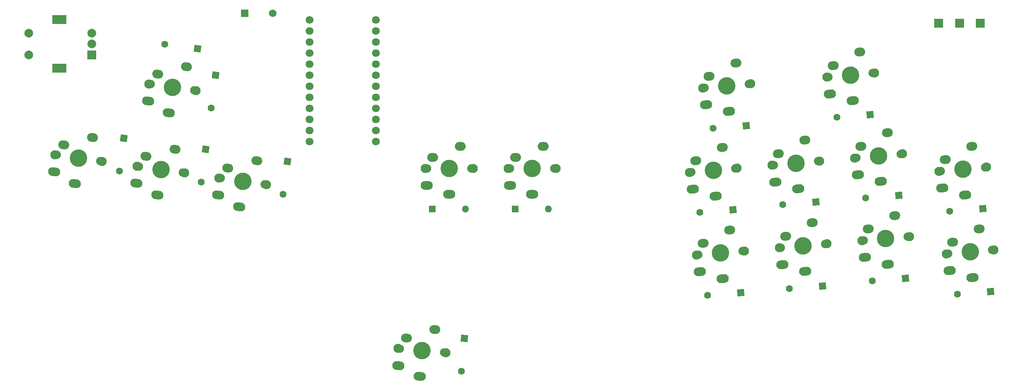
<source format=gts>
%TF.GenerationSoftware,KiCad,Pcbnew,(6.0.9)*%
%TF.CreationDate,2023-02-21T23:29:26+05:30*%
%TF.ProjectId,Titan Keyboard,54697461-6e20-44b6-9579-626f6172642e,rev?*%
%TF.SameCoordinates,Original*%
%TF.FileFunction,Soldermask,Top*%
%TF.FilePolarity,Negative*%
%FSLAX46Y46*%
G04 Gerber Fmt 4.6, Leading zero omitted, Abs format (unit mm)*
G04 Created by KiCad (PCBNEW (6.0.9)) date 2023-02-21 23:29:26*
%MOMM*%
%LPD*%
G01*
G04 APERTURE LIST*
G04 Aperture macros list*
%AMHorizOval*
0 Thick line with rounded ends*
0 $1 width*
0 $2 $3 position (X,Y) of the first rounded end (center of the circle)*
0 $4 $5 position (X,Y) of the second rounded end (center of the circle)*
0 Add line between two ends*
20,1,$1,$2,$3,$4,$5,0*
0 Add two circle primitives to create the rounded ends*
1,1,$1,$2,$3*
1,1,$1,$4,$5*%
%AMRotRect*
0 Rectangle, with rotation*
0 The origin of the aperture is its center*
0 $1 length*
0 $2 width*
0 $3 Rotation angle, in degrees counterclockwise*
0 Add horizontal line*
21,1,$1,$2,0,0,$3*%
G04 Aperture macros list end*
%ADD10R,1.752600X1.752600*%
%ADD11C,1.752600*%
%ADD12C,1.800000*%
%ADD13C,2.100000*%
%ADD14C,4.000000*%
%ADD15C,1.900000*%
%ADD16HorizOval,2.000000X0.396107X-0.055669X-0.396107X0.055669X0*%
%ADD17HorizOval,2.000000X0.247567X-0.034793X-0.247567X0.034793X0*%
%ADD18HorizOval,2.000000X0.398478X-0.034862X-0.398478X0.034862X0*%
%ADD19HorizOval,2.000000X0.249049X-0.021789X-0.249049X0.021789X0*%
%ADD20HorizOval,2.000000X0.249049X0.021789X-0.249049X-0.021789X0*%
%ADD21HorizOval,2.000000X0.398478X0.034862X-0.398478X-0.034862X0*%
%ADD22O,2.500000X2.000000*%
%ADD23O,2.800000X2.000000*%
%ADD24C,2.000000*%
%ADD25R,3.200000X2.000000*%
%ADD26R,2.000000X2.000000*%
%ADD27R,1.600000X1.600000*%
%ADD28O,1.600000X1.600000*%
%ADD29RotRect,1.600000X1.600000X185.000000*%
%ADD30HorizOval,1.600000X0.000000X0.000000X0.000000X0.000000X0*%
%ADD31RotRect,1.600000X1.600000X262.000000*%
%ADD32HorizOval,1.600000X0.000000X0.000000X0.000000X0.000000X0*%
%ADD33RotRect,1.600000X1.600000X172.000000*%
%ADD34HorizOval,1.600000X0.000000X0.000000X0.000000X0.000000X0*%
%ADD35RotRect,1.600000X1.600000X265.000000*%
%ADD36HorizOval,1.600000X0.000000X0.000000X0.000000X0.000000X0*%
G04 APERTURE END LIST*
D10*
%TO.C,SW1*%
X95300800Y-42926000D03*
D11*
X101803200Y-42926000D03*
%TD*%
D12*
%TO.C,U1*%
X110236000Y-44450000D03*
X110236000Y-46990000D03*
X110236000Y-49530000D03*
X110236000Y-52070000D03*
X110236000Y-54610000D03*
X110236000Y-57150000D03*
X110236000Y-59690000D03*
X110236000Y-62230000D03*
X110236000Y-64770000D03*
X110236000Y-67310000D03*
X110236000Y-69850000D03*
X110236000Y-72390000D03*
X125476000Y-72390000D03*
X125476000Y-69850000D03*
X125476000Y-67310000D03*
X125476000Y-64770000D03*
X125476000Y-62230000D03*
X125476000Y-59690000D03*
X125476000Y-57150000D03*
X125476000Y-54610000D03*
X125476000Y-52070000D03*
X125476000Y-49530000D03*
X125476000Y-46990000D03*
X125476000Y-44450000D03*
%TD*%
D13*
%TO.C,SW12*%
X100315474Y-82299452D03*
D14*
X94869000Y-81534000D03*
D15*
X89838438Y-80827001D03*
D13*
X89422526Y-80768548D03*
D15*
X99899562Y-82240999D03*
D16*
X89275858Y-84686263D03*
D17*
X91449578Y-78488470D03*
D16*
X94047879Y-87376582D03*
D17*
X98091280Y-76856938D03*
%TD*%
D13*
%TO.C,SW18*%
X130588729Y-119967443D03*
D15*
X131007131Y-120004049D03*
X141128469Y-120889551D03*
D13*
X141546871Y-120926157D03*
D14*
X136067800Y-120446800D03*
D18*
X130647300Y-123887465D03*
D19*
X132493674Y-117584402D03*
X139040886Y-115607507D03*
D18*
X135553581Y-126324349D03*
%TD*%
D13*
%TO.C,SW33*%
X240022671Y-56670643D03*
D15*
X239604269Y-56707249D03*
D14*
X234543600Y-57150000D03*
D13*
X229064529Y-57629357D03*
D15*
X229482931Y-57592751D03*
D20*
X230526723Y-54951729D03*
D21*
X229802914Y-61479654D03*
D20*
X236631183Y-51867955D03*
D21*
X235057819Y-63027549D03*
%TD*%
D14*
%TO.C,SW35*%
X242595400Y-94716600D03*
D13*
X248074471Y-94237243D03*
D15*
X247656069Y-94273849D03*
D13*
X237116329Y-95195957D03*
D15*
X237534731Y-95159351D03*
D20*
X238578523Y-92518329D03*
D21*
X237854714Y-99046254D03*
D20*
X244682983Y-89434555D03*
D21*
X243109619Y-100594149D03*
%TD*%
D13*
%TO.C,SW17*%
X136790800Y-78638400D03*
D15*
X137210800Y-78638400D03*
X147370800Y-78638400D03*
D14*
X142290800Y-78638400D03*
D13*
X147790800Y-78638400D03*
D22*
X138480800Y-76098400D03*
D23*
X137190800Y-82538400D03*
X142290800Y-84538400D03*
D22*
X144830800Y-73558400D03*
%TD*%
D24*
%TO.C,SW4*%
X45709000Y-52506250D03*
X45709000Y-47506250D03*
D25*
X52709000Y-44406250D03*
X52709000Y-55606250D03*
D24*
X60209000Y-50006250D03*
X60209000Y-47506250D03*
D26*
X60209000Y-52506250D03*
%TD*%
D13*
%TO.C,SW8*%
X70626526Y-78101548D03*
D14*
X76073000Y-78867000D03*
D15*
X81103562Y-79573999D03*
D13*
X81519474Y-79632452D03*
D15*
X71042438Y-78160001D03*
D17*
X72653578Y-75821470D03*
D16*
X70479858Y-82019263D03*
X75251879Y-84709582D03*
D17*
X79295280Y-74189938D03*
%TD*%
D14*
%TO.C,SW39*%
X262001000Y-97764600D03*
D13*
X267480071Y-97285243D03*
X256521929Y-98243957D03*
D15*
X267061669Y-97321849D03*
X256940331Y-98207351D03*
D21*
X257260314Y-102094254D03*
D20*
X257984123Y-95566329D03*
X264088583Y-92482555D03*
D21*
X262515219Y-103642149D03*
%TD*%
D13*
%TO.C,SW26*%
X208475871Y-78565443D03*
D14*
X202996800Y-79044800D03*
D15*
X197936131Y-79487551D03*
D13*
X197517729Y-79524157D03*
D15*
X208057469Y-78602049D03*
D20*
X198979923Y-76846529D03*
D21*
X198256114Y-83374454D03*
D20*
X205084383Y-73762755D03*
D21*
X203511019Y-84922349D03*
%TD*%
D13*
%TO.C,SW38*%
X265803671Y-78311443D03*
D15*
X265385269Y-78348049D03*
D13*
X254845529Y-79270157D03*
D15*
X255263931Y-79233551D03*
D14*
X260324600Y-78790800D03*
D21*
X255583914Y-83120454D03*
D20*
X256307723Y-76592529D03*
X262412183Y-73508755D03*
D21*
X260838819Y-84668349D03*
%TD*%
D14*
%TO.C,SW21*%
X161366200Y-78638400D03*
D15*
X156286200Y-78638400D03*
D13*
X155866200Y-78638400D03*
D15*
X166446200Y-78638400D03*
D13*
X166866200Y-78638400D03*
D22*
X157556200Y-76098400D03*
D23*
X156266200Y-82538400D03*
D22*
X163906200Y-73558400D03*
D23*
X161366200Y-84538400D03*
%TD*%
D15*
%TO.C,SW25*%
X201009531Y-60081951D03*
D13*
X211549271Y-59159843D03*
D14*
X206070200Y-59639200D03*
D13*
X200591129Y-60118557D03*
D15*
X211130869Y-59196449D03*
D20*
X202053323Y-57440929D03*
D21*
X201329514Y-63968854D03*
X206584419Y-65516749D03*
D20*
X208157783Y-54357155D03*
%TD*%
D15*
%TO.C,SW2*%
X62180562Y-76906999D03*
D13*
X62596474Y-76965452D03*
X51703526Y-75434548D03*
D15*
X52119438Y-75493001D03*
D14*
X57150000Y-76200000D03*
D16*
X51556858Y-79352263D03*
D17*
X53730578Y-73154470D03*
D16*
X56328879Y-82042582D03*
D17*
X60372280Y-71522938D03*
%TD*%
D14*
%TO.C,SW27*%
X204647800Y-98018600D03*
D13*
X199168729Y-98497957D03*
D15*
X209708469Y-97575849D03*
D13*
X210126871Y-97539243D03*
D15*
X199587131Y-98461351D03*
D21*
X199907114Y-102348254D03*
D20*
X200630923Y-95820329D03*
D21*
X205162019Y-103896149D03*
D20*
X206735383Y-92736555D03*
%TD*%
D15*
%TO.C,SW3*%
X73709438Y-59237001D03*
D13*
X73293526Y-59178548D03*
D14*
X78740000Y-59944000D03*
D15*
X83770562Y-60650999D03*
D13*
X84186474Y-60709452D03*
D16*
X73146858Y-63096263D03*
D17*
X75320578Y-56898470D03*
D16*
X77918879Y-65786582D03*
D17*
X81962280Y-55266938D03*
%TD*%
D15*
%TO.C,SW31*%
X218560931Y-96810351D03*
D14*
X223621600Y-96367600D03*
D15*
X228682269Y-95924849D03*
D13*
X218142529Y-96846957D03*
X229100671Y-95888243D03*
D20*
X219604723Y-94169329D03*
D21*
X218880914Y-100697254D03*
D20*
X225709183Y-91085555D03*
D21*
X224135819Y-102245149D03*
%TD*%
D14*
%TO.C,SW34*%
X240944400Y-75717400D03*
D13*
X235465329Y-76196757D03*
D15*
X235883731Y-76160151D03*
D13*
X246423471Y-75238043D03*
D15*
X246005069Y-75274649D03*
D21*
X236203714Y-80047054D03*
D20*
X236927523Y-73519129D03*
X243031983Y-70435355D03*
D21*
X241458619Y-81594949D03*
%TD*%
D13*
%TO.C,SW30*%
X216491529Y-77873157D03*
D15*
X227031269Y-76951049D03*
D14*
X221970600Y-77393800D03*
D15*
X216909931Y-77836551D03*
D13*
X227449671Y-76914443D03*
D21*
X217229914Y-81723454D03*
D20*
X217953723Y-75195529D03*
X224058183Y-72111755D03*
D21*
X222484819Y-83271349D03*
%TD*%
D27*
%TO.C,D20*%
X157480000Y-87884000D03*
D28*
X165100000Y-87884000D03*
%TD*%
D29*
%TO.C,D38*%
X266685502Y-106855937D03*
D30*
X259094498Y-107520064D03*
%TD*%
D31*
%TO.C,D11*%
X105178250Y-76999079D03*
D32*
X104117751Y-84544922D03*
%TD*%
D26*
%TO.C,J2*%
X259556250Y-45243750D03*
%TD*%
D27*
%TO.C,D16*%
X138430000Y-87884000D03*
D28*
X146050000Y-87884000D03*
%TD*%
D29*
%TO.C,D29*%
X226553502Y-86281937D03*
D30*
X218962498Y-86946064D03*
%TD*%
D29*
%TO.C,D34*%
X247127502Y-103807937D03*
D30*
X239536498Y-104472064D03*
%TD*%
D29*
%TO.C,D26*%
X209281502Y-107109937D03*
D30*
X201690498Y-107774064D03*
%TD*%
D29*
%TO.C,D24*%
X210551502Y-68755937D03*
D30*
X202960498Y-69420064D03*
%TD*%
D31*
%TO.C,D2*%
X88646000Y-57150000D03*
D32*
X87585501Y-64695843D03*
%TD*%
D33*
%TO.C,D3*%
X84507843Y-51098499D03*
D34*
X76962000Y-50038000D03*
%TD*%
D29*
%TO.C,D32*%
X238999502Y-66215937D03*
D30*
X231408498Y-66880064D03*
%TD*%
D31*
%TO.C,D7*%
X86382250Y-74205079D03*
D32*
X85321751Y-81750922D03*
%TD*%
D26*
%TO.C,J1*%
X264318750Y-45243750D03*
%TD*%
%TO.C,J3*%
X254793750Y-45243750D03*
%TD*%
D29*
%TO.C,D30*%
X228077502Y-105585936D03*
D30*
X220486498Y-106250063D03*
%TD*%
D35*
%TO.C,D17*%
X145796000Y-117602000D03*
D36*
X145131873Y-125193004D03*
%TD*%
D29*
%TO.C,D37*%
X264907502Y-87805937D03*
D30*
X257316498Y-88470064D03*
%TD*%
D29*
%TO.C,D25*%
X207503502Y-88059937D03*
D30*
X199912498Y-88724064D03*
%TD*%
D31*
%TO.C,D1*%
X67586250Y-71665079D03*
D32*
X66525751Y-79210922D03*
%TD*%
D29*
%TO.C,D33*%
X245603502Y-84757937D03*
D30*
X238012498Y-85422064D03*
%TD*%
M02*

</source>
